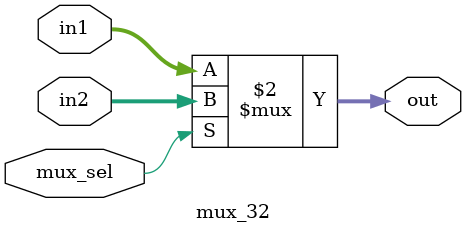
<source format=v>
`timescale 1ns/1ns
module mux_32(in1,in2,mux_sel,out);//mux_sel='b0 for in1,mux_sel='b1 for in2

input [31:0] in1;
input [31:0] in2;
input mux_sel;
output [31:0] out;

assign out=(mux_sel=='b1)?in2:in1;

endmodule
</source>
